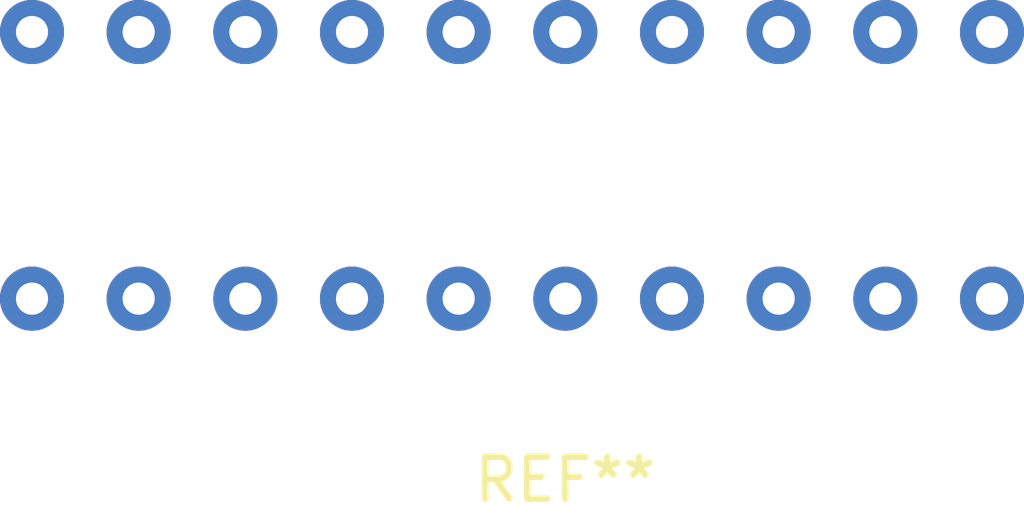
<source format=kicad_pcb>
(kicad_pcb (version 4) (host pcbnew 4.0.7)

  (general
    (links 0)
    (no_connects 0)
    (area 0 0 0 0)
    (thickness 1.6)
    (drawings 0)
    (tracks 0)
    (zones 0)
    (modules 2)
    (nets 1)
  )

  (page A4)
  (layers
    (0 F.Cu signal)
    (31 B.Cu signal)
    (32 B.Adhes user)
    (33 F.Adhes user)
    (34 B.Paste user)
    (35 F.Paste user)
    (36 B.SilkS user)
    (37 F.SilkS user)
    (38 B.Mask user)
    (39 F.Mask user)
    (40 Dwgs.User user)
    (41 Cmts.User user)
    (42 Eco1.User user)
    (43 Eco2.User user)
    (44 Edge.Cuts user)
    (45 Margin user)
    (46 B.CrtYd user)
    (47 F.CrtYd user)
    (48 B.Fab user)
    (49 F.Fab user)
  )

  (setup
    (last_trace_width 0.25)
    (trace_clearance 0.2)
    (zone_clearance 0.508)
    (zone_45_only no)
    (trace_min 0.2)
    (segment_width 0.2)
    (edge_width 0.15)
    (via_size 0.6)
    (via_drill 0.4)
    (via_min_size 0.4)
    (via_min_drill 0.3)
    (uvia_size 0.3)
    (uvia_drill 0.1)
    (uvias_allowed no)
    (uvia_min_size 0.2)
    (uvia_min_drill 0.1)
    (pcb_text_width 0.3)
    (pcb_text_size 1.5 1.5)
    (mod_edge_width 0.15)
    (mod_text_size 1 1)
    (mod_text_width 0.15)
    (pad_size 1.524 1.524)
    (pad_drill 0.762)
    (pad_to_mask_clearance 0.2)
    (aux_axis_origin 0 0)
    (visible_elements FFFFFF7F)
    (pcbplotparams
      (layerselection 0x00030_80000001)
      (usegerberextensions false)
      (excludeedgelayer true)
      (linewidth 0.150000)
      (plotframeref false)
      (viasonmask false)
      (mode 1)
      (useauxorigin false)
      (hpglpennumber 1)
      (hpglpenspeed 20)
      (hpglpendiameter 15)
      (hpglpenoverlay 2)
      (psnegative false)
      (psa4output false)
      (plotreference true)
      (plotvalue true)
      (plotinvisibletext false)
      (padsonsilk false)
      (subtractmaskfromsilk false)
      (outputformat 1)
      (mirror false)
      (drillshape 1)
      (scaleselection 1)
      (outputdirectory ""))
  )

  (net 0 "")

  (net_class Default "This is the default net class."
    (clearance 0.2)
    (trace_width 0.25)
    (via_dia 0.6)
    (via_drill 0.4)
    (uvia_dia 0.3)
    (uvia_drill 0.1)
  )

  (module MAX233ACPP (layer F.Cu) (tedit 59E9C314) (tstamp 59E9C4F5)
    (at 0 0)
    (fp_text reference REF** (at -8.89 0.5) (layer F.SilkS)
      (effects (font (size 1 1) (thickness 0.15)))
    )
    (fp_text value MAX233ACPP (at -8.89 -0.5) (layer F.Fab)
      (effects (font (size 1 1) (thickness 0.15)))
    )
    (fp_line (start -5.08 -8.89) (end 1.27 -8.89) (layer F.Paste) (width 0.15))
    (fp_line (start -5.08 -5.08) (end 1.27 -5.08) (layer F.Paste) (width 0.15))
    (fp_line (start -21.59 -8.89) (end -21.59 -5.08) (layer F.Paste) (width 0.15))
    (fp_line (start -21.59 -5.08) (end -5.08 -5.08) (layer F.Paste) (width 0.15))
    (fp_line (start 1.27 -5.08) (end 1.27 -8.89) (layer F.Paste) (width 0.15))
    (fp_line (start -5.08 -8.89) (end -21.59 -8.89) (layer F.Paste) (width 0.15))
    (pad 1 thru_hole circle (at 1.27 -3.81) (size 1.524 1.524) (drill 0.762) (layers *.Cu *.Mask))
    (pad 2 thru_hole circle (at -1.27 -3.81) (size 1.524 1.524) (drill 0.762) (layers *.Cu *.Mask))
    (pad 3 thru_hole circle (at -3.81 -3.81) (size 1.524 1.524) (drill 0.762) (layers *.Cu *.Mask))
    (pad 4 thru_hole circle (at -6.35 -3.81) (size 1.524 1.524) (drill 0.762) (layers *.Cu *.Mask))
    (pad 5 thru_hole circle (at -8.89 -3.81) (size 1.524 1.524) (drill 0.762) (layers *.Cu *.Mask))
    (pad 6 thru_hole circle (at -11.43 -3.81) (size 1.524 1.524) (drill 0.762) (layers *.Cu *.Mask))
    (pad 7 thru_hole circle (at -13.97 -3.81) (size 1.524 1.524) (drill 0.762) (layers *.Cu *.Mask))
    (pad 8 thru_hole circle (at -16.51 -3.81) (size 1.524 1.524) (drill 0.762) (layers *.Cu *.Mask))
    (pad 9 thru_hole circle (at -19.05 -3.81) (size 1.524 1.524) (drill 0.762) (layers *.Cu *.Mask))
    (pad 10 thru_hole circle (at -21.59 -3.81) (size 1.524 1.524) (drill 0.762) (layers *.Cu *.Mask))
    (pad 11 thru_hole circle (at 1.27 -10.16) (size 1.524 1.524) (drill 0.762) (layers *.Cu *.Mask))
    (pad 12 thru_hole circle (at -1.27 -10.16) (size 1.524 1.524) (drill 0.762) (layers *.Cu *.Mask))
    (pad 13 thru_hole circle (at -3.81 -10.16) (size 1.524 1.524) (drill 0.762) (layers *.Cu *.Mask))
    (pad 14 thru_hole circle (at -6.35 -10.16) (size 1.524 1.524) (drill 0.762) (layers *.Cu *.Mask))
    (pad 15 thru_hole circle (at -8.89 -10.16) (size 1.524 1.524) (drill 0.762) (layers *.Cu *.Mask))
    (pad 16 thru_hole circle (at -11.43 -10.16) (size 1.524 1.524) (drill 0.762) (layers *.Cu *.Mask))
    (pad 17 thru_hole circle (at -13.97 -10.16) (size 1.524 1.524) (drill 0.762) (layers *.Cu *.Mask))
    (pad 18 thru_hole circle (at -16.51 -10.16) (size 1.524 1.524) (drill 0.762) (layers *.Cu *.Mask))
    (pad 19 thru_hole circle (at -19.05 -10.16) (size 1.524 1.524) (drill 0.762) (layers *.Cu *.Mask))
    (pad 20 thru_hole circle (at -21.59 -10.16) (size 1.524 1.524) (drill 0.762) (layers *.Cu *.Mask))
  )

  (module MAX233ACPP (layer F.Cu) (tedit 59E9C314) (tstamp 59E9C4D6)
    (at 0 0)
    (fp_text reference REF** (at -8.89 0.5) (layer F.SilkS)
      (effects (font (size 1 1) (thickness 0.15)))
    )
    (fp_text value MAX233ACPP (at -8.89 -0.5) (layer F.Fab)
      (effects (font (size 1 1) (thickness 0.15)))
    )
    (fp_line (start -5.08 -8.89) (end 1.27 -8.89) (layer F.Paste) (width 0.15))
    (fp_line (start -5.08 -5.08) (end 1.27 -5.08) (layer F.Paste) (width 0.15))
    (fp_line (start -21.59 -8.89) (end -21.59 -5.08) (layer F.Paste) (width 0.15))
    (fp_line (start -21.59 -5.08) (end -5.08 -5.08) (layer F.Paste) (width 0.15))
    (fp_line (start 1.27 -5.08) (end 1.27 -8.89) (layer F.Paste) (width 0.15))
    (fp_line (start -5.08 -8.89) (end -21.59 -8.89) (layer F.Paste) (width 0.15))
    (pad 1 thru_hole circle (at 1.27 -3.81) (size 1.524 1.524) (drill 0.762) (layers *.Cu *.Mask))
    (pad 2 thru_hole circle (at -1.27 -3.81) (size 1.524 1.524) (drill 0.762) (layers *.Cu *.Mask))
    (pad 3 thru_hole circle (at -3.81 -3.81) (size 1.524 1.524) (drill 0.762) (layers *.Cu *.Mask))
    (pad 4 thru_hole circle (at -6.35 -3.81) (size 1.524 1.524) (drill 0.762) (layers *.Cu *.Mask))
    (pad 5 thru_hole circle (at -8.89 -3.81) (size 1.524 1.524) (drill 0.762) (layers *.Cu *.Mask))
    (pad 6 thru_hole circle (at -11.43 -3.81) (size 1.524 1.524) (drill 0.762) (layers *.Cu *.Mask))
    (pad 7 thru_hole circle (at -13.97 -3.81) (size 1.524 1.524) (drill 0.762) (layers *.Cu *.Mask))
    (pad 8 thru_hole circle (at -16.51 -3.81) (size 1.524 1.524) (drill 0.762) (layers *.Cu *.Mask))
    (pad 9 thru_hole circle (at -19.05 -3.81) (size 1.524 1.524) (drill 0.762) (layers *.Cu *.Mask))
    (pad 10 thru_hole circle (at -21.59 -3.81) (size 1.524 1.524) (drill 0.762) (layers *.Cu *.Mask))
    (pad 11 thru_hole circle (at 1.27 -10.16) (size 1.524 1.524) (drill 0.762) (layers *.Cu *.Mask))
    (pad 12 thru_hole circle (at -1.27 -10.16) (size 1.524 1.524) (drill 0.762) (layers *.Cu *.Mask))
    (pad 13 thru_hole circle (at -3.81 -10.16) (size 1.524 1.524) (drill 0.762) (layers *.Cu *.Mask))
    (pad 14 thru_hole circle (at -6.35 -10.16) (size 1.524 1.524) (drill 0.762) (layers *.Cu *.Mask))
    (pad 15 thru_hole circle (at -8.89 -10.16) (size 1.524 1.524) (drill 0.762) (layers *.Cu *.Mask))
    (pad 16 thru_hole circle (at -11.43 -10.16) (size 1.524 1.524) (drill 0.762) (layers *.Cu *.Mask))
    (pad 17 thru_hole circle (at -13.97 -10.16) (size 1.524 1.524) (drill 0.762) (layers *.Cu *.Mask))
    (pad 18 thru_hole circle (at -16.51 -10.16) (size 1.524 1.524) (drill 0.762) (layers *.Cu *.Mask))
    (pad 19 thru_hole circle (at -19.05 -10.16) (size 1.524 1.524) (drill 0.762) (layers *.Cu *.Mask))
    (pad 20 thru_hole circle (at -21.59 -10.16) (size 1.524 1.524) (drill 0.762) (layers *.Cu *.Mask))
  )

)

</source>
